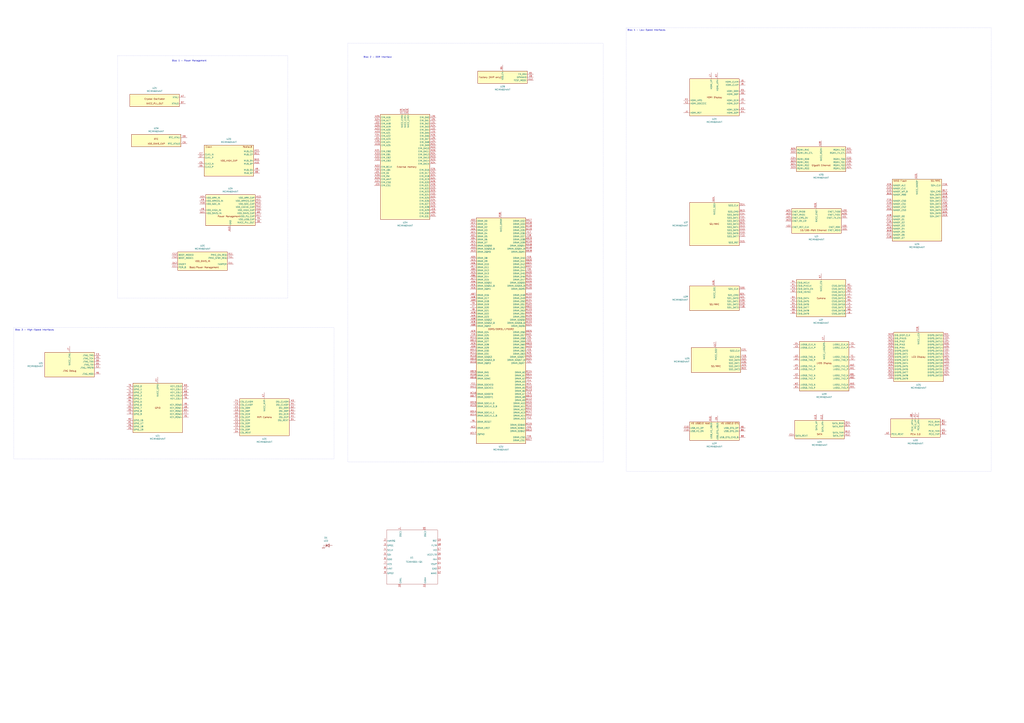
<source format=kicad_sch>
(kicad_sch (version 20250114) (generator "eeschema") (generator_version "9.0")
  (paper "A1")
  (title_block (title "Mechatronics Engineer Challenge") (date "2025-10-01") (rev "1"))
  (rectangle (start 96.52 45.72) (end 236.22 245.11) (stroke (width 0) (type dot)))
  (rectangle (start 285.75 35.56) (end 495.3 379.73) (stroke (width 0) (type dot)))
  (text "Bloc 2 - DDR Interface" (at 310.134 46.99 0) (effects (font (size 1.27 1.27))))
  (text "Bloc 1 - Power Management" (at 155.448 50.038 0) (effects (font (size 1.27 1.27))))
  (text_box "Bloc 3 - High-Speed Interfaces" (exclude_from_sim yes) (at 11.43 269.24 0) (size 262.89 107.95) (margins 0.9525 0.9525 0.9525 0.9525) (stroke (width 0) (type dot)) (effects (font (size 1.27 1.27)) (justify left top)))
  (text_box "Bloc 4 - Low-Speed Interfaces" (exclude_from_sim yes) (at 514.35 22.86 0) (size 299.72 364.49) (margins 0.9525 0.9525 0.9525 0.9525) (stroke (width 0) (type dot)) (effects (font (size 1.27 1.27)) (justify left top)))
  (symbol (lib_id "CPU_NXP_IMX:MCIMX6D4AVT") (at 586.74 245.11 0) (unit 18)
    (property "Reference" "U2" (at 565.15 243.8399 0) (effects (justify right)))
    (property "Value" "MCIMX6D4AVT" (at 565.15 246.3799 0) (effects (justify right)))
    (property "Footprint" "Package_BGA:BGA-624_21x21mm_Layout25x25_P0.8mm" (effects (hide yes)))
    (property "Datasheet" "https://www.nxp.com/docs/en/data-sheet/IMX6DQAEC.pdf" (effects (hide yes)))
    (property "Description" "i.MX 6Dual Automotive and Infotainment Application Processor, BGA-624" (effects (hide yes)))
  )
  (symbol (lib_id "SYMBOL:TCAN4551-Q1") (at 337.82 458.47 0) (unit 1)
    (property "Reference" "U1" (at 336.804 458.216 0) (effects (justify left)))
    (property "Value" "TCAN4551-Q1" (at 333.248 461.772 0) (effects (justify left)))
    (property "Footprint" "Library-FMARION-FOOTPRINT:TCAN4551-Q1" (effects (hide yes)))
  )
  (symbol (lib_id "CPU_NXP_IMX:MCIMX6D4AVT") (at 129.54 335.28 0) (unit 10)
    (property "Reference" "U2" (at 129.54 358.14 0))
    (property "Value" "MCIMX6D4AVT" (at 129.54 360.68 0))
    (property "Footprint" "Package_BGA:BGA-624_21x21mm_Layout25x25_P0.8mm" (effects (hide yes)))
    (property "Datasheet" "https://www.nxp.com/docs/en/data-sheet/IMX6DQAEC.pdf" (effects (hide yes)))
    (property "Description" "i.MX 6Dual Automotive and Infotainment Application Processor, BGA-624" (effects (hide yes)))
  )
  (symbol (lib_id "CPU_NXP_IMX:MCIMX6D4AVT") (at 674.37 245.11 0) (unit 6)
    (property "Reference" "U2" (at 674.37 262.89 0))
    (property "Value" "MCIMX6D4AVT" (at 674.37 265.43 0))
    (property "Footprint" "Package_BGA:BGA-624_21x21mm_Layout25x25_P0.8mm" (effects (hide yes)))
    (property "Datasheet" "https://www.nxp.com/docs/en/data-sheet/IMX6DQAEC.pdf" (effects (hide yes)))
    (property "Description" "i.MX 6Dual Automotive and Infotainment Application Processor, BGA-624" (effects (hide yes)))
  )
  (symbol (lib_id "CPU_NXP_IMX:MCIMX6D4AVT") (at 753.11 172.72 0) (unit 14)
    (property "Reference" "U2" (at 753.11 200.66 0))
    (property "Value" "MCIMX6D4AVT" (at 753.11 203.2 0))
    (property "Footprint" "Package_BGA:BGA-624_21x21mm_Layout25x25_P0.8mm" (effects (hide yes)))
    (property "Datasheet" "https://www.nxp.com/docs/en/data-sheet/IMX6DQAEC.pdf" (effects (hide yes)))
    (property "Description" "i.MX 6Dual Automotive and Infotainment Application Processor, BGA-624" (effects (hide yes)))
  )
  (symbol (lib_id "CPU_NXP_IMX:MCIMX6D4AVT") (at 754.38 293.37 0) (unit 7)
    (property "Reference" "U2" (at 754.38 316.23 0))
    (property "Value" "MCIMX6D4AVT" (at 754.38 318.77 0))
    (property "Footprint" "Package_BGA:BGA-624_21x21mm_Layout25x25_P0.8mm" (effects (hide yes)))
    (property "Datasheet" "https://www.nxp.com/docs/en/data-sheet/IMX6DQAEC.pdf" (effects (hide yes)))
    (property "Description" "i.MX 6Dual Automotive and Infotainment Application Processor, BGA-624" (effects (hide yes)))
  )
  (symbol (lib_id "CPU_NXP_IMX:MCIMX6D4AVT") (at 217.17 342.9 0) (unit 5)
    (property "Reference" "U2" (at 217.17 360.68 0))
    (property "Value" "MCIMX6D4AVT" (at 217.17 363.22 0))
    (property "Footprint" "Package_BGA:BGA-624_21x21mm_Layout25x25_P0.8mm" (effects (hide yes)))
    (property "Datasheet" "https://www.nxp.com/docs/en/data-sheet/IMX6DQAEC.pdf" (effects (hide yes)))
    (property "Description" "i.MX 6Dual Automotive and Infotainment Application Processor, BGA-624" (effects (hide yes)))
  )
  (symbol (lib_id "CPU_NXP_IMX:MCIMX6D4AVT") (at 332.74 137.16 0) (unit 8)
    (property "Reference" "U2" (at 332.74 182.88 0))
    (property "Value" "MCIMX6D4AVT" (at 332.74 185.42 0))
    (property "Footprint" "Package_BGA:BGA-624_21x21mm_Layout25x25_P0.8mm" (effects (hide yes)))
    (property "Datasheet" "https://www.nxp.com/docs/en/data-sheet/IMX6DQAEC.pdf" (effects (hide yes)))
    (property "Description" "i.MX 6Dual Automotive and Infotainment Application Processor, BGA-624" (effects (hide yes)))
  )
  (symbol (lib_id "CPU_NXP_IMX:MCIMX6D4AVT") (at 166.37 214.63 0) (unit 3)
    (property "Reference" "U2" (at 166.37 201.93 0))
    (property "Value" "MCIMX6D4AVT" (at 166.37 204.47 0))
    (property "Footprint" "Package_BGA:BGA-624_21x21mm_Layout25x25_P0.8mm" (effects (hide yes)))
    (property "Datasheet" "https://www.nxp.com/docs/en/data-sheet/IMX6DQAEC.pdf" (effects (hide yes)))
    (property "Description" "i.MX 6Dual Automotive and Infotainment Application Processor, BGA-624" (effects (hide yes)))
  )
  (symbol (lib_id "CPU_NXP_IMX:MCIMX6D4AVT") (at 586.74 184.15 0) (unit 20)
    (property "Reference" "U2" (at 565.15 182.8799 0) (effects (justify right)))
    (property "Value" "MCIMX6D4AVT" (at 565.15 185.4199 0) (effects (justify right)))
    (property "Footprint" "Package_BGA:BGA-624_21x21mm_Layout25x25_P0.8mm" (effects (hide yes)))
    (property "Datasheet" "https://www.nxp.com/docs/en/data-sheet/IMX6DQAEC.pdf" (effects (hide yes)))
    (property "Description" "i.MX 6Dual Automotive and Infotainment Application Processor, BGA-624" (effects (hide yes)))
  )
  (symbol (lib_id "CPU_NXP_IMX:MCIMX6D4AVT") (at 187.96 132.08 0) (unit 4)
    (property "Reference" "U2" (at 187.96 114.3 0))
    (property "Value" "MCIMX6D4AVT" (at 187.96 116.84 0))
    (property "Footprint" "Package_BGA:BGA-624_21x21mm_Layout25x25_P0.8mm" (effects (hide yes)))
    (property "Datasheet" "https://www.nxp.com/docs/en/data-sheet/IMX6DQAEC.pdf" (effects (hide yes)))
    (property "Description" "i.MX 6Dual Automotive and Infotainment Application Processor, BGA-624" (effects (hide yes)))
  )
  (symbol (lib_id "CPU_NXP_IMX:MCIMX6D4AVT") (at 674.37 130.81 0) (unit 17)
    (property "Reference" "U2" (at 674.37 143.51 0))
    (property "Value" "MCIMX6D4AVT" (at 674.37 146.05 0))
    (property "Footprint" "Package_BGA:BGA-624_21x21mm_Layout25x25_P0.8mm" (effects (hide yes)))
    (property "Datasheet" "https://www.nxp.com/docs/en/data-sheet/IMX6DQAEC.pdf" (effects (hide yes)))
    (property "Description" "i.MX 6Dual Automotive and Infotainment Application Processor, BGA-624" (effects (hide yes)))
  )
  (symbol (lib_id "CPU_NXP_IMX:MCIMX6D4AVT") (at 412.75 63.5 0) (unit 2)
    (property "Reference" "U2" (at 412.75 71.12 0))
    (property "Value" "MCIMX6D4AVT" (at 412.75 73.66 0))
    (property "Footprint" "Package_BGA:BGA-624_21x21mm_Layout25x25_P0.8mm" (effects (hide yes)))
    (property "Datasheet" "https://www.nxp.com/docs/en/data-sheet/IMX6DQAEC.pdf" (effects (hide yes)))
    (property "Description" "i.MX 6Dual Automotive and Infotainment Application Processor, BGA-624" (effects (hide yes)))
  )
  (symbol (lib_id "CPU_NXP_IMX:MCIMX6D4AVT") (at 676.91 300.99 0) (unit 13)
    (property "Reference" "U2" (at 676.91 323.85 0))
    (property "Value" "MCIMX6D4AVT" (at 676.91 326.39 0))
    (property "Footprint" "Package_BGA:BGA-624_21x21mm_Layout25x25_P0.8mm" (effects (hide yes)))
    (property "Datasheet" "https://www.nxp.com/docs/en/data-sheet/IMX6DQAEC.pdf" (effects (hide yes)))
    (property "Description" "i.MX 6Dual Automotive and Infotainment Application Processor, BGA-624" (effects (hide yes)))
  )
  (symbol (lib_id "CPU_NXP_IMX:MCIMX6D4AVT") (at 586.74 354.33 0) (unit 16)
    (property "Reference" "U2" (at 586.74 364.49 0))
    (property "Value" "MCIMX6D4AVT" (at 586.74 367.03 0))
    (property "Footprint" "Package_BGA:BGA-624_21x21mm_Layout25x25_P0.8mm" (effects (hide yes)))
    (property "Datasheet" "https://www.nxp.com/docs/en/data-sheet/IMX6DQAEC.pdf" (effects (hide yes)))
    (property "Description" "i.MX 6Dual Automotive and Infotainment Application Processor, BGA-624" (effects (hide yes)))
  )
  (symbol (lib_id "CPU_NXP_IMX:MCIMX6D4AVT") (at 751.84 351.79 0) (unit 15)
    (property "Reference" "U2" (at 751.84 361.95 0))
    (property "Value" "MCIMX6D4AVT" (at 751.84 364.49 0))
    (property "Footprint" "Package_BGA:BGA-624_21x21mm_Layout25x25_P0.8mm" (effects (hide yes)))
    (property "Datasheet" "https://www.nxp.com/docs/en/data-sheet/IMX6DQAEC.pdf" (effects (hide yes)))
    (property "Description" "i.MX 6Dual Automotive and Infotainment Application Processor, BGA-624" (effects (hide yes)))
  )
  (symbol (lib_id "CPU_NXP_IMX:MCIMX6D4AVT") (at 189.23 172.72 0) (unit 1)
    (property "Reference" "U2" (at 189.23 154.94 0))
    (property "Value" "MCIMX6D4AVT" (at 189.23 157.48 0))
    (property "Footprint" "Package_BGA:BGA-624_21x21mm_Layout25x25_P0.8mm" (effects (hide yes)))
    (property "Datasheet" "https://www.nxp.com/docs/en/data-sheet/IMX6DQAEC.pdf" (effects (hide yes)))
    (property "Description" "i.MX 6Dual Automotive and Infotainment Application Processor, BGA-624" (effects (hide yes)))
  )
  (symbol (lib_id "CPU_NXP_IMX:MCIMX6D4AVT") (at 673.1 353.06 0) (unit 24)
    (property "Reference" "U2" (at 673.1 363.22 0))
    (property "Value" "MCIMX6D4AVT" (at 673.1 365.76 0))
    (property "Footprint" "Package_BGA:BGA-624_21x21mm_Layout25x25_P0.8mm" (effects (hide yes)))
    (property "Datasheet" "https://www.nxp.com/docs/en/data-sheet/IMX6DQAEC.pdf" (effects (hide yes)))
    (property "Description" "i.MX 6Dual Automotive and Infotainment Application Processor, BGA-624" (effects (hide yes)))
  )
  (symbol (lib_id "Device:LED") (at 269.24 448.31 0) (unit 1)
    (property "Reference" "D1" (at 267.6525 441.96 0))
    (property "Value" "LED" (at 267.6525 444.5 0))
    (property "Footprint" "LED_SMD:LED_miniPLCC_2315" (effects (hide yes)))
    (property "Description" "Light emitting diode" (effects (hide yes)))
    (property "Sim.Pins" "1=K 2=A" (effects (hide yes)))
  )
  (symbol (lib_id "CPU_NXP_IMX:MCIMX6D4AVT") (at 670.56 181.61 0) (unit 9)
    (property "Reference" "U2" (at 670.56 194.31 0))
    (property "Value" "MCIMX6D4AVT" (at 670.56 196.85 0))
    (property "Footprint" "Package_BGA:BGA-624_21x21mm_Layout25x25_P0.8mm" (effects (hide yes)))
    (property "Datasheet" "https://www.nxp.com/docs/en/data-sheet/IMX6DQAEC.pdf" (effects (hide yes)))
    (property "Description" "i.MX 6Dual Automotive and Infotainment Application Processor, BGA-624" (effects (hide yes)))
  )
  (symbol (lib_id "CPU_NXP_IMX:MCIMX6D4AVT") (at 586.74 80.01 0) (unit 11)
    (property "Reference" "U2" (at 586.74 97.79 0))
    (property "Value" "MCIMX6D4AVT" (at 586.74 100.33 0))
    (property "Footprint" "Package_BGA:BGA-624_21x21mm_Layout25x25_P0.8mm" (effects (hide yes)))
    (property "Datasheet" "https://www.nxp.com/docs/en/data-sheet/IMX6DQAEC.pdf" (effects (hide yes)))
    (property "Description" "i.MX 6Dual Automotive and Infotainment Application Processor, BGA-624" (effects (hide yes)))
  )
  (symbol (lib_id "CPU_NXP_IMX:MCIMX6D4AVT") (at 57.15 299.72 0) (unit 12)
    (property "Reference" "U2" (at 35.56 298.4499 0) (effects (justify right)))
    (property "Value" "MCIMX6D4AVT" (at 35.56 300.9899 0) (effects (justify right)))
    (property "Footprint" "Package_BGA:BGA-624_21x21mm_Layout25x25_P0.8mm" (effects (hide yes)))
    (property "Datasheet" "https://www.nxp.com/docs/en/data-sheet/IMX6DQAEC.pdf" (effects (hide yes)))
    (property "Description" "i.MX 6Dual Automotive and Infotainment Application Processor, BGA-624" (effects (hide yes)))
  )
  (symbol (lib_id "CPU_NXP_IMX:MCIMX6D4AVT") (at 411.48 267.97 0) (unit 21)
    (property "Reference" "U2" (at 411.48 367.03 0))
    (property "Value" "MCIMX6D4AVT" (at 411.48 369.57 0))
    (property "Footprint" "Package_BGA:BGA-624_21x21mm_Layout25x25_P0.8mm" (effects (hide yes)))
    (property "Datasheet" "https://www.nxp.com/docs/en/data-sheet/IMX6DQAEC.pdf" (effects (hide yes)))
    (property "Description" "i.MX 6Dual Automotive and Infotainment Application Processor, BGA-624" (effects (hide yes)))
  )
  (symbol (lib_id "CPU_NXP_IMX:MCIMX6D4AVT") (at 127 82.55 0) (unit 22)
    (property "Reference" "U2" (at 127 72.39 0))
    (property "Value" "MCIMX6D4AVT" (at 127 74.93 0))
    (property "Footprint" "Package_BGA:BGA-624_21x21mm_Layout25x25_P0.8mm" (effects (hide yes)))
    (property "Datasheet" "https://www.nxp.com/docs/en/data-sheet/IMX6DQAEC.pdf" (effects (hide yes)))
    (property "Description" "i.MX 6Dual Automotive and Infotainment Application Processor, BGA-624" (effects (hide yes)))
  )
  (symbol (lib_id "CPU_NXP_IMX:MCIMX6D4AVT") (at 128.27 115.57 0) (unit 23)
    (property "Reference" "U2" (at 128.27 105.41 0))
    (property "Value" "MCIMX6D4AVT" (at 128.27 107.95 0))
    (property "Footprint" "Package_BGA:BGA-624_21x21mm_Layout25x25_P0.8mm" (effects (hide yes)))
    (property "Datasheet" "https://www.nxp.com/docs/en/data-sheet/IMX6DQAEC.pdf" (effects (hide yes)))
    (property "Description" "i.MX 6Dual Automotive and Infotainment Application Processor, BGA-624" (effects (hide yes)))
  )
  (symbol (lib_id "CPU_NXP_IMX:MCIMX6D4AVT") (at 588.01 295.91 0) (unit 19)
    (property "Reference" "U2" (at 566.42 294.6399 0) (effects (justify right)))
    (property "Value" "MCIMX6D4AVT" (at 566.42 297.1799 0) (effects (justify right)))
    (property "Footprint" "Package_BGA:BGA-624_21x21mm_Layout25x25_P0.8mm" (effects (hide yes)))
    (property "Datasheet" "https://www.nxp.com/docs/en/data-sheet/IMX6DQAEC.pdf" (effects (hide yes)))
    (property "Description" "i.MX 6Dual Automotive and Infotainment Application Processor, BGA-624" (effects (hide yes)))
  )
)
</source>
